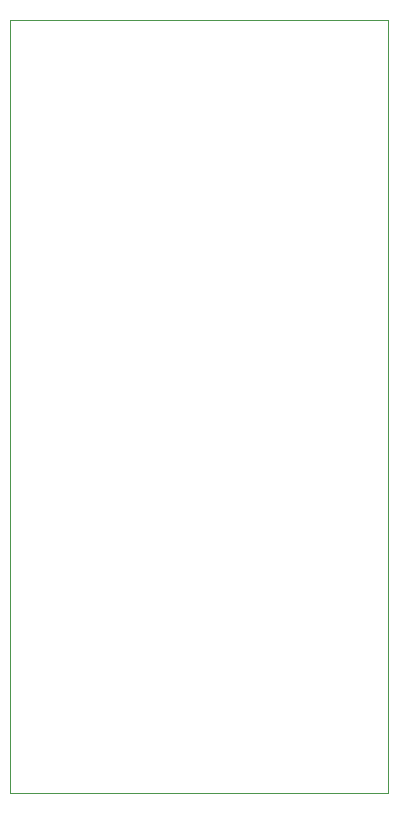
<source format=gbr>
%TF.GenerationSoftware,KiCad,Pcbnew,9.0.1*%
%TF.CreationDate,2025-07-26T11:45:23+03:00*%
%TF.ProjectId,VGA_Debug_Board,5647415f-4465-4627-9567-5f426f617264,rev?*%
%TF.SameCoordinates,Original*%
%TF.FileFunction,Profile,NP*%
%FSLAX46Y46*%
G04 Gerber Fmt 4.6, Leading zero omitted, Abs format (unit mm)*
G04 Created by KiCad (PCBNEW 9.0.1) date 2025-07-26 11:45:23*
%MOMM*%
%LPD*%
G01*
G04 APERTURE LIST*
%TA.AperFunction,Profile*%
%ADD10C,0.050000*%
%TD*%
G04 APERTURE END LIST*
D10*
X134500000Y-58500000D02*
X166500000Y-58500000D01*
X166500000Y-124000000D01*
X134500000Y-124000000D01*
X134500000Y-58500000D01*
M02*

</source>
